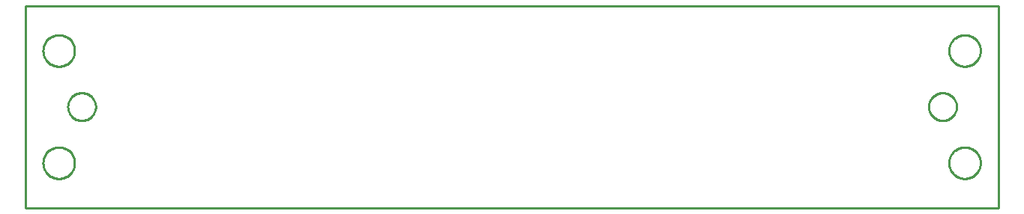
<source format=gko>
G04 EAGLE Gerber RS-274X export*
G75*
%MOMM*%
%FSLAX34Y34*%
%LPD*%
%INBoard Outline*%
%IPPOS*%
%AMOC8*
5,1,8,0,0,1.08239X$1,22.5*%
G01*
%ADD10C,0.000000*%
%ADD11C,0.254000*%


D10*
X0Y0D02*
X1099312Y0D01*
X1099312Y228600D01*
X0Y228600D01*
X0Y0D01*
X47752Y114300D02*
X47757Y114686D01*
X47771Y115073D01*
X47795Y115458D01*
X47828Y115844D01*
X47870Y116228D01*
X47922Y116611D01*
X47984Y116992D01*
X48055Y117372D01*
X48135Y117750D01*
X48224Y118126D01*
X48322Y118500D01*
X48430Y118871D01*
X48547Y119240D01*
X48673Y119605D01*
X48807Y119968D01*
X48951Y120326D01*
X49103Y120682D01*
X49264Y121033D01*
X49434Y121380D01*
X49612Y121724D01*
X49798Y122062D01*
X49992Y122396D01*
X50195Y122725D01*
X50406Y123049D01*
X50625Y123368D01*
X50851Y123681D01*
X51085Y123989D01*
X51327Y124290D01*
X51575Y124586D01*
X51832Y124876D01*
X52095Y125159D01*
X52364Y125436D01*
X52641Y125705D01*
X52924Y125968D01*
X53214Y126225D01*
X53510Y126473D01*
X53811Y126715D01*
X54119Y126949D01*
X54432Y127175D01*
X54751Y127394D01*
X55075Y127605D01*
X55404Y127808D01*
X55738Y128002D01*
X56076Y128188D01*
X56420Y128366D01*
X56767Y128536D01*
X57118Y128697D01*
X57474Y128849D01*
X57832Y128993D01*
X58195Y129127D01*
X58560Y129253D01*
X58929Y129370D01*
X59300Y129478D01*
X59674Y129576D01*
X60050Y129665D01*
X60428Y129745D01*
X60808Y129816D01*
X61189Y129878D01*
X61572Y129930D01*
X61956Y129972D01*
X62342Y130005D01*
X62727Y130029D01*
X63114Y130043D01*
X63500Y130048D01*
X63886Y130043D01*
X64273Y130029D01*
X64658Y130005D01*
X65044Y129972D01*
X65428Y129930D01*
X65811Y129878D01*
X66192Y129816D01*
X66572Y129745D01*
X66950Y129665D01*
X67326Y129576D01*
X67700Y129478D01*
X68071Y129370D01*
X68440Y129253D01*
X68805Y129127D01*
X69168Y128993D01*
X69526Y128849D01*
X69882Y128697D01*
X70233Y128536D01*
X70580Y128366D01*
X70924Y128188D01*
X71262Y128002D01*
X71596Y127808D01*
X71925Y127605D01*
X72249Y127394D01*
X72568Y127175D01*
X72881Y126949D01*
X73189Y126715D01*
X73490Y126473D01*
X73786Y126225D01*
X74076Y125968D01*
X74359Y125705D01*
X74636Y125436D01*
X74905Y125159D01*
X75168Y124876D01*
X75425Y124586D01*
X75673Y124290D01*
X75915Y123989D01*
X76149Y123681D01*
X76375Y123368D01*
X76594Y123049D01*
X76805Y122725D01*
X77008Y122396D01*
X77202Y122062D01*
X77388Y121724D01*
X77566Y121380D01*
X77736Y121033D01*
X77897Y120682D01*
X78049Y120326D01*
X78193Y119968D01*
X78327Y119605D01*
X78453Y119240D01*
X78570Y118871D01*
X78678Y118500D01*
X78776Y118126D01*
X78865Y117750D01*
X78945Y117372D01*
X79016Y116992D01*
X79078Y116611D01*
X79130Y116228D01*
X79172Y115844D01*
X79205Y115458D01*
X79229Y115073D01*
X79243Y114686D01*
X79248Y114300D01*
X79243Y113914D01*
X79229Y113527D01*
X79205Y113142D01*
X79172Y112756D01*
X79130Y112372D01*
X79078Y111989D01*
X79016Y111608D01*
X78945Y111228D01*
X78865Y110850D01*
X78776Y110474D01*
X78678Y110100D01*
X78570Y109729D01*
X78453Y109360D01*
X78327Y108995D01*
X78193Y108632D01*
X78049Y108274D01*
X77897Y107918D01*
X77736Y107567D01*
X77566Y107220D01*
X77388Y106876D01*
X77202Y106538D01*
X77008Y106204D01*
X76805Y105875D01*
X76594Y105551D01*
X76375Y105232D01*
X76149Y104919D01*
X75915Y104611D01*
X75673Y104310D01*
X75425Y104014D01*
X75168Y103724D01*
X74905Y103441D01*
X74636Y103164D01*
X74359Y102895D01*
X74076Y102632D01*
X73786Y102375D01*
X73490Y102127D01*
X73189Y101885D01*
X72881Y101651D01*
X72568Y101425D01*
X72249Y101206D01*
X71925Y100995D01*
X71596Y100792D01*
X71262Y100598D01*
X70924Y100412D01*
X70580Y100234D01*
X70233Y100064D01*
X69882Y99903D01*
X69526Y99751D01*
X69168Y99607D01*
X68805Y99473D01*
X68440Y99347D01*
X68071Y99230D01*
X67700Y99122D01*
X67326Y99024D01*
X66950Y98935D01*
X66572Y98855D01*
X66192Y98784D01*
X65811Y98722D01*
X65428Y98670D01*
X65044Y98628D01*
X64658Y98595D01*
X64273Y98571D01*
X63886Y98557D01*
X63500Y98552D01*
X63114Y98557D01*
X62727Y98571D01*
X62342Y98595D01*
X61956Y98628D01*
X61572Y98670D01*
X61189Y98722D01*
X60808Y98784D01*
X60428Y98855D01*
X60050Y98935D01*
X59674Y99024D01*
X59300Y99122D01*
X58929Y99230D01*
X58560Y99347D01*
X58195Y99473D01*
X57832Y99607D01*
X57474Y99751D01*
X57118Y99903D01*
X56767Y100064D01*
X56420Y100234D01*
X56076Y100412D01*
X55738Y100598D01*
X55404Y100792D01*
X55075Y100995D01*
X54751Y101206D01*
X54432Y101425D01*
X54119Y101651D01*
X53811Y101885D01*
X53510Y102127D01*
X53214Y102375D01*
X52924Y102632D01*
X52641Y102895D01*
X52364Y103164D01*
X52095Y103441D01*
X51832Y103724D01*
X51575Y104014D01*
X51327Y104310D01*
X51085Y104611D01*
X50851Y104919D01*
X50625Y105232D01*
X50406Y105551D01*
X50195Y105875D01*
X49992Y106204D01*
X49798Y106538D01*
X49612Y106876D01*
X49434Y107220D01*
X49264Y107567D01*
X49103Y107918D01*
X48951Y108274D01*
X48807Y108632D01*
X48673Y108995D01*
X48547Y109360D01*
X48430Y109729D01*
X48322Y110100D01*
X48224Y110474D01*
X48135Y110850D01*
X48055Y111228D01*
X47984Y111608D01*
X47922Y111989D01*
X47870Y112372D01*
X47828Y112756D01*
X47795Y113142D01*
X47771Y113527D01*
X47757Y113914D01*
X47752Y114300D01*
X1020064Y114300D02*
X1020069Y114686D01*
X1020083Y115073D01*
X1020107Y115458D01*
X1020140Y115844D01*
X1020182Y116228D01*
X1020234Y116611D01*
X1020296Y116992D01*
X1020367Y117372D01*
X1020447Y117750D01*
X1020536Y118126D01*
X1020634Y118500D01*
X1020742Y118871D01*
X1020859Y119240D01*
X1020985Y119605D01*
X1021119Y119968D01*
X1021263Y120326D01*
X1021415Y120682D01*
X1021576Y121033D01*
X1021746Y121380D01*
X1021924Y121724D01*
X1022110Y122062D01*
X1022304Y122396D01*
X1022507Y122725D01*
X1022718Y123049D01*
X1022937Y123368D01*
X1023163Y123681D01*
X1023397Y123989D01*
X1023639Y124290D01*
X1023887Y124586D01*
X1024144Y124876D01*
X1024407Y125159D01*
X1024676Y125436D01*
X1024953Y125705D01*
X1025236Y125968D01*
X1025526Y126225D01*
X1025822Y126473D01*
X1026123Y126715D01*
X1026431Y126949D01*
X1026744Y127175D01*
X1027063Y127394D01*
X1027387Y127605D01*
X1027716Y127808D01*
X1028050Y128002D01*
X1028388Y128188D01*
X1028732Y128366D01*
X1029079Y128536D01*
X1029430Y128697D01*
X1029786Y128849D01*
X1030144Y128993D01*
X1030507Y129127D01*
X1030872Y129253D01*
X1031241Y129370D01*
X1031612Y129478D01*
X1031986Y129576D01*
X1032362Y129665D01*
X1032740Y129745D01*
X1033120Y129816D01*
X1033501Y129878D01*
X1033884Y129930D01*
X1034268Y129972D01*
X1034654Y130005D01*
X1035039Y130029D01*
X1035426Y130043D01*
X1035812Y130048D01*
X1036198Y130043D01*
X1036585Y130029D01*
X1036970Y130005D01*
X1037356Y129972D01*
X1037740Y129930D01*
X1038123Y129878D01*
X1038504Y129816D01*
X1038884Y129745D01*
X1039262Y129665D01*
X1039638Y129576D01*
X1040012Y129478D01*
X1040383Y129370D01*
X1040752Y129253D01*
X1041117Y129127D01*
X1041480Y128993D01*
X1041838Y128849D01*
X1042194Y128697D01*
X1042545Y128536D01*
X1042892Y128366D01*
X1043236Y128188D01*
X1043574Y128002D01*
X1043908Y127808D01*
X1044237Y127605D01*
X1044561Y127394D01*
X1044880Y127175D01*
X1045193Y126949D01*
X1045501Y126715D01*
X1045802Y126473D01*
X1046098Y126225D01*
X1046388Y125968D01*
X1046671Y125705D01*
X1046948Y125436D01*
X1047217Y125159D01*
X1047480Y124876D01*
X1047737Y124586D01*
X1047985Y124290D01*
X1048227Y123989D01*
X1048461Y123681D01*
X1048687Y123368D01*
X1048906Y123049D01*
X1049117Y122725D01*
X1049320Y122396D01*
X1049514Y122062D01*
X1049700Y121724D01*
X1049878Y121380D01*
X1050048Y121033D01*
X1050209Y120682D01*
X1050361Y120326D01*
X1050505Y119968D01*
X1050639Y119605D01*
X1050765Y119240D01*
X1050882Y118871D01*
X1050990Y118500D01*
X1051088Y118126D01*
X1051177Y117750D01*
X1051257Y117372D01*
X1051328Y116992D01*
X1051390Y116611D01*
X1051442Y116228D01*
X1051484Y115844D01*
X1051517Y115458D01*
X1051541Y115073D01*
X1051555Y114686D01*
X1051560Y114300D01*
X1051555Y113914D01*
X1051541Y113527D01*
X1051517Y113142D01*
X1051484Y112756D01*
X1051442Y112372D01*
X1051390Y111989D01*
X1051328Y111608D01*
X1051257Y111228D01*
X1051177Y110850D01*
X1051088Y110474D01*
X1050990Y110100D01*
X1050882Y109729D01*
X1050765Y109360D01*
X1050639Y108995D01*
X1050505Y108632D01*
X1050361Y108274D01*
X1050209Y107918D01*
X1050048Y107567D01*
X1049878Y107220D01*
X1049700Y106876D01*
X1049514Y106538D01*
X1049320Y106204D01*
X1049117Y105875D01*
X1048906Y105551D01*
X1048687Y105232D01*
X1048461Y104919D01*
X1048227Y104611D01*
X1047985Y104310D01*
X1047737Y104014D01*
X1047480Y103724D01*
X1047217Y103441D01*
X1046948Y103164D01*
X1046671Y102895D01*
X1046388Y102632D01*
X1046098Y102375D01*
X1045802Y102127D01*
X1045501Y101885D01*
X1045193Y101651D01*
X1044880Y101425D01*
X1044561Y101206D01*
X1044237Y100995D01*
X1043908Y100792D01*
X1043574Y100598D01*
X1043236Y100412D01*
X1042892Y100234D01*
X1042545Y100064D01*
X1042194Y99903D01*
X1041838Y99751D01*
X1041480Y99607D01*
X1041117Y99473D01*
X1040752Y99347D01*
X1040383Y99230D01*
X1040012Y99122D01*
X1039638Y99024D01*
X1039262Y98935D01*
X1038884Y98855D01*
X1038504Y98784D01*
X1038123Y98722D01*
X1037740Y98670D01*
X1037356Y98628D01*
X1036970Y98595D01*
X1036585Y98571D01*
X1036198Y98557D01*
X1035812Y98552D01*
X1035426Y98557D01*
X1035039Y98571D01*
X1034654Y98595D01*
X1034268Y98628D01*
X1033884Y98670D01*
X1033501Y98722D01*
X1033120Y98784D01*
X1032740Y98855D01*
X1032362Y98935D01*
X1031986Y99024D01*
X1031612Y99122D01*
X1031241Y99230D01*
X1030872Y99347D01*
X1030507Y99473D01*
X1030144Y99607D01*
X1029786Y99751D01*
X1029430Y99903D01*
X1029079Y100064D01*
X1028732Y100234D01*
X1028388Y100412D01*
X1028050Y100598D01*
X1027716Y100792D01*
X1027387Y100995D01*
X1027063Y101206D01*
X1026744Y101425D01*
X1026431Y101651D01*
X1026123Y101885D01*
X1025822Y102127D01*
X1025526Y102375D01*
X1025236Y102632D01*
X1024953Y102895D01*
X1024676Y103164D01*
X1024407Y103441D01*
X1024144Y103724D01*
X1023887Y104014D01*
X1023639Y104310D01*
X1023397Y104611D01*
X1023163Y104919D01*
X1022937Y105232D01*
X1022718Y105551D01*
X1022507Y105875D01*
X1022304Y106204D01*
X1022110Y106538D01*
X1021924Y106876D01*
X1021746Y107220D01*
X1021576Y107567D01*
X1021415Y107918D01*
X1021263Y108274D01*
X1021119Y108632D01*
X1020985Y108995D01*
X1020859Y109360D01*
X1020742Y109729D01*
X1020634Y110100D01*
X1020536Y110474D01*
X1020447Y110850D01*
X1020367Y111228D01*
X1020296Y111608D01*
X1020234Y111989D01*
X1020182Y112372D01*
X1020140Y112756D01*
X1020107Y113142D01*
X1020083Y113527D01*
X1020069Y113914D01*
X1020064Y114300D01*
X19812Y177800D02*
X19817Y178236D01*
X19833Y178672D01*
X19860Y179108D01*
X19898Y179543D01*
X19946Y179976D01*
X20004Y180409D01*
X20074Y180840D01*
X20154Y181269D01*
X20244Y181696D01*
X20345Y182120D01*
X20456Y182542D01*
X20578Y182961D01*
X20709Y183377D01*
X20851Y183790D01*
X21003Y184199D01*
X21165Y184604D01*
X21337Y185005D01*
X21519Y185402D01*
X21710Y185794D01*
X21911Y186181D01*
X22122Y186564D01*
X22342Y186941D01*
X22571Y187312D01*
X22808Y187678D01*
X23055Y188038D01*
X23311Y188392D01*
X23575Y188739D01*
X23848Y189080D01*
X24129Y189413D01*
X24418Y189740D01*
X24715Y190060D01*
X25020Y190372D01*
X25332Y190677D01*
X25652Y190974D01*
X25979Y191263D01*
X26312Y191544D01*
X26653Y191817D01*
X27000Y192081D01*
X27354Y192337D01*
X27714Y192584D01*
X28080Y192821D01*
X28451Y193050D01*
X28828Y193270D01*
X29211Y193481D01*
X29598Y193682D01*
X29990Y193873D01*
X30387Y194055D01*
X30788Y194227D01*
X31193Y194389D01*
X31602Y194541D01*
X32015Y194683D01*
X32431Y194814D01*
X32850Y194936D01*
X33272Y195047D01*
X33696Y195148D01*
X34123Y195238D01*
X34552Y195318D01*
X34983Y195388D01*
X35416Y195446D01*
X35849Y195494D01*
X36284Y195532D01*
X36720Y195559D01*
X37156Y195575D01*
X37592Y195580D01*
X38028Y195575D01*
X38464Y195559D01*
X38900Y195532D01*
X39335Y195494D01*
X39768Y195446D01*
X40201Y195388D01*
X40632Y195318D01*
X41061Y195238D01*
X41488Y195148D01*
X41912Y195047D01*
X42334Y194936D01*
X42753Y194814D01*
X43169Y194683D01*
X43582Y194541D01*
X43991Y194389D01*
X44396Y194227D01*
X44797Y194055D01*
X45194Y193873D01*
X45586Y193682D01*
X45973Y193481D01*
X46356Y193270D01*
X46733Y193050D01*
X47104Y192821D01*
X47470Y192584D01*
X47830Y192337D01*
X48184Y192081D01*
X48531Y191817D01*
X48872Y191544D01*
X49205Y191263D01*
X49532Y190974D01*
X49852Y190677D01*
X50164Y190372D01*
X50469Y190060D01*
X50766Y189740D01*
X51055Y189413D01*
X51336Y189080D01*
X51609Y188739D01*
X51873Y188392D01*
X52129Y188038D01*
X52376Y187678D01*
X52613Y187312D01*
X52842Y186941D01*
X53062Y186564D01*
X53273Y186181D01*
X53474Y185794D01*
X53665Y185402D01*
X53847Y185005D01*
X54019Y184604D01*
X54181Y184199D01*
X54333Y183790D01*
X54475Y183377D01*
X54606Y182961D01*
X54728Y182542D01*
X54839Y182120D01*
X54940Y181696D01*
X55030Y181269D01*
X55110Y180840D01*
X55180Y180409D01*
X55238Y179976D01*
X55286Y179543D01*
X55324Y179108D01*
X55351Y178672D01*
X55367Y178236D01*
X55372Y177800D01*
X55367Y177364D01*
X55351Y176928D01*
X55324Y176492D01*
X55286Y176057D01*
X55238Y175624D01*
X55180Y175191D01*
X55110Y174760D01*
X55030Y174331D01*
X54940Y173904D01*
X54839Y173480D01*
X54728Y173058D01*
X54606Y172639D01*
X54475Y172223D01*
X54333Y171810D01*
X54181Y171401D01*
X54019Y170996D01*
X53847Y170595D01*
X53665Y170198D01*
X53474Y169806D01*
X53273Y169419D01*
X53062Y169036D01*
X52842Y168659D01*
X52613Y168288D01*
X52376Y167922D01*
X52129Y167562D01*
X51873Y167208D01*
X51609Y166861D01*
X51336Y166520D01*
X51055Y166187D01*
X50766Y165860D01*
X50469Y165540D01*
X50164Y165228D01*
X49852Y164923D01*
X49532Y164626D01*
X49205Y164337D01*
X48872Y164056D01*
X48531Y163783D01*
X48184Y163519D01*
X47830Y163263D01*
X47470Y163016D01*
X47104Y162779D01*
X46733Y162550D01*
X46356Y162330D01*
X45973Y162119D01*
X45586Y161918D01*
X45194Y161727D01*
X44797Y161545D01*
X44396Y161373D01*
X43991Y161211D01*
X43582Y161059D01*
X43169Y160917D01*
X42753Y160786D01*
X42334Y160664D01*
X41912Y160553D01*
X41488Y160452D01*
X41061Y160362D01*
X40632Y160282D01*
X40201Y160212D01*
X39768Y160154D01*
X39335Y160106D01*
X38900Y160068D01*
X38464Y160041D01*
X38028Y160025D01*
X37592Y160020D01*
X37156Y160025D01*
X36720Y160041D01*
X36284Y160068D01*
X35849Y160106D01*
X35416Y160154D01*
X34983Y160212D01*
X34552Y160282D01*
X34123Y160362D01*
X33696Y160452D01*
X33272Y160553D01*
X32850Y160664D01*
X32431Y160786D01*
X32015Y160917D01*
X31602Y161059D01*
X31193Y161211D01*
X30788Y161373D01*
X30387Y161545D01*
X29990Y161727D01*
X29598Y161918D01*
X29211Y162119D01*
X28828Y162330D01*
X28451Y162550D01*
X28080Y162779D01*
X27714Y163016D01*
X27354Y163263D01*
X27000Y163519D01*
X26653Y163783D01*
X26312Y164056D01*
X25979Y164337D01*
X25652Y164626D01*
X25332Y164923D01*
X25020Y165228D01*
X24715Y165540D01*
X24418Y165860D01*
X24129Y166187D01*
X23848Y166520D01*
X23575Y166861D01*
X23311Y167208D01*
X23055Y167562D01*
X22808Y167922D01*
X22571Y168288D01*
X22342Y168659D01*
X22122Y169036D01*
X21911Y169419D01*
X21710Y169806D01*
X21519Y170198D01*
X21337Y170595D01*
X21165Y170996D01*
X21003Y171401D01*
X20851Y171810D01*
X20709Y172223D01*
X20578Y172639D01*
X20456Y173058D01*
X20345Y173480D01*
X20244Y173904D01*
X20154Y174331D01*
X20074Y174760D01*
X20004Y175191D01*
X19946Y175624D01*
X19898Y176057D01*
X19860Y176492D01*
X19833Y176928D01*
X19817Y177364D01*
X19812Y177800D01*
X1042924Y177800D02*
X1042929Y178236D01*
X1042945Y178672D01*
X1042972Y179108D01*
X1043010Y179543D01*
X1043058Y179976D01*
X1043116Y180409D01*
X1043186Y180840D01*
X1043266Y181269D01*
X1043356Y181696D01*
X1043457Y182120D01*
X1043568Y182542D01*
X1043690Y182961D01*
X1043821Y183377D01*
X1043963Y183790D01*
X1044115Y184199D01*
X1044277Y184604D01*
X1044449Y185005D01*
X1044631Y185402D01*
X1044822Y185794D01*
X1045023Y186181D01*
X1045234Y186564D01*
X1045454Y186941D01*
X1045683Y187312D01*
X1045920Y187678D01*
X1046167Y188038D01*
X1046423Y188392D01*
X1046687Y188739D01*
X1046960Y189080D01*
X1047241Y189413D01*
X1047530Y189740D01*
X1047827Y190060D01*
X1048132Y190372D01*
X1048444Y190677D01*
X1048764Y190974D01*
X1049091Y191263D01*
X1049424Y191544D01*
X1049765Y191817D01*
X1050112Y192081D01*
X1050466Y192337D01*
X1050826Y192584D01*
X1051192Y192821D01*
X1051563Y193050D01*
X1051940Y193270D01*
X1052323Y193481D01*
X1052710Y193682D01*
X1053102Y193873D01*
X1053499Y194055D01*
X1053900Y194227D01*
X1054305Y194389D01*
X1054714Y194541D01*
X1055127Y194683D01*
X1055543Y194814D01*
X1055962Y194936D01*
X1056384Y195047D01*
X1056808Y195148D01*
X1057235Y195238D01*
X1057664Y195318D01*
X1058095Y195388D01*
X1058528Y195446D01*
X1058961Y195494D01*
X1059396Y195532D01*
X1059832Y195559D01*
X1060268Y195575D01*
X1060704Y195580D01*
X1061140Y195575D01*
X1061576Y195559D01*
X1062012Y195532D01*
X1062447Y195494D01*
X1062880Y195446D01*
X1063313Y195388D01*
X1063744Y195318D01*
X1064173Y195238D01*
X1064600Y195148D01*
X1065024Y195047D01*
X1065446Y194936D01*
X1065865Y194814D01*
X1066281Y194683D01*
X1066694Y194541D01*
X1067103Y194389D01*
X1067508Y194227D01*
X1067909Y194055D01*
X1068306Y193873D01*
X1068698Y193682D01*
X1069085Y193481D01*
X1069468Y193270D01*
X1069845Y193050D01*
X1070216Y192821D01*
X1070582Y192584D01*
X1070942Y192337D01*
X1071296Y192081D01*
X1071643Y191817D01*
X1071984Y191544D01*
X1072317Y191263D01*
X1072644Y190974D01*
X1072964Y190677D01*
X1073276Y190372D01*
X1073581Y190060D01*
X1073878Y189740D01*
X1074167Y189413D01*
X1074448Y189080D01*
X1074721Y188739D01*
X1074985Y188392D01*
X1075241Y188038D01*
X1075488Y187678D01*
X1075725Y187312D01*
X1075954Y186941D01*
X1076174Y186564D01*
X1076385Y186181D01*
X1076586Y185794D01*
X1076777Y185402D01*
X1076959Y185005D01*
X1077131Y184604D01*
X1077293Y184199D01*
X1077445Y183790D01*
X1077587Y183377D01*
X1077718Y182961D01*
X1077840Y182542D01*
X1077951Y182120D01*
X1078052Y181696D01*
X1078142Y181269D01*
X1078222Y180840D01*
X1078292Y180409D01*
X1078350Y179976D01*
X1078398Y179543D01*
X1078436Y179108D01*
X1078463Y178672D01*
X1078479Y178236D01*
X1078484Y177800D01*
X1078479Y177364D01*
X1078463Y176928D01*
X1078436Y176492D01*
X1078398Y176057D01*
X1078350Y175624D01*
X1078292Y175191D01*
X1078222Y174760D01*
X1078142Y174331D01*
X1078052Y173904D01*
X1077951Y173480D01*
X1077840Y173058D01*
X1077718Y172639D01*
X1077587Y172223D01*
X1077445Y171810D01*
X1077293Y171401D01*
X1077131Y170996D01*
X1076959Y170595D01*
X1076777Y170198D01*
X1076586Y169806D01*
X1076385Y169419D01*
X1076174Y169036D01*
X1075954Y168659D01*
X1075725Y168288D01*
X1075488Y167922D01*
X1075241Y167562D01*
X1074985Y167208D01*
X1074721Y166861D01*
X1074448Y166520D01*
X1074167Y166187D01*
X1073878Y165860D01*
X1073581Y165540D01*
X1073276Y165228D01*
X1072964Y164923D01*
X1072644Y164626D01*
X1072317Y164337D01*
X1071984Y164056D01*
X1071643Y163783D01*
X1071296Y163519D01*
X1070942Y163263D01*
X1070582Y163016D01*
X1070216Y162779D01*
X1069845Y162550D01*
X1069468Y162330D01*
X1069085Y162119D01*
X1068698Y161918D01*
X1068306Y161727D01*
X1067909Y161545D01*
X1067508Y161373D01*
X1067103Y161211D01*
X1066694Y161059D01*
X1066281Y160917D01*
X1065865Y160786D01*
X1065446Y160664D01*
X1065024Y160553D01*
X1064600Y160452D01*
X1064173Y160362D01*
X1063744Y160282D01*
X1063313Y160212D01*
X1062880Y160154D01*
X1062447Y160106D01*
X1062012Y160068D01*
X1061576Y160041D01*
X1061140Y160025D01*
X1060704Y160020D01*
X1060268Y160025D01*
X1059832Y160041D01*
X1059396Y160068D01*
X1058961Y160106D01*
X1058528Y160154D01*
X1058095Y160212D01*
X1057664Y160282D01*
X1057235Y160362D01*
X1056808Y160452D01*
X1056384Y160553D01*
X1055962Y160664D01*
X1055543Y160786D01*
X1055127Y160917D01*
X1054714Y161059D01*
X1054305Y161211D01*
X1053900Y161373D01*
X1053499Y161545D01*
X1053102Y161727D01*
X1052710Y161918D01*
X1052323Y162119D01*
X1051940Y162330D01*
X1051563Y162550D01*
X1051192Y162779D01*
X1050826Y163016D01*
X1050466Y163263D01*
X1050112Y163519D01*
X1049765Y163783D01*
X1049424Y164056D01*
X1049091Y164337D01*
X1048764Y164626D01*
X1048444Y164923D01*
X1048132Y165228D01*
X1047827Y165540D01*
X1047530Y165860D01*
X1047241Y166187D01*
X1046960Y166520D01*
X1046687Y166861D01*
X1046423Y167208D01*
X1046167Y167562D01*
X1045920Y167922D01*
X1045683Y168288D01*
X1045454Y168659D01*
X1045234Y169036D01*
X1045023Y169419D01*
X1044822Y169806D01*
X1044631Y170198D01*
X1044449Y170595D01*
X1044277Y170996D01*
X1044115Y171401D01*
X1043963Y171810D01*
X1043821Y172223D01*
X1043690Y172639D01*
X1043568Y173058D01*
X1043457Y173480D01*
X1043356Y173904D01*
X1043266Y174331D01*
X1043186Y174760D01*
X1043116Y175191D01*
X1043058Y175624D01*
X1043010Y176057D01*
X1042972Y176492D01*
X1042945Y176928D01*
X1042929Y177364D01*
X1042924Y177800D01*
X19812Y50800D02*
X19817Y51236D01*
X19833Y51672D01*
X19860Y52108D01*
X19898Y52543D01*
X19946Y52976D01*
X20004Y53409D01*
X20074Y53840D01*
X20154Y54269D01*
X20244Y54696D01*
X20345Y55120D01*
X20456Y55542D01*
X20578Y55961D01*
X20709Y56377D01*
X20851Y56790D01*
X21003Y57199D01*
X21165Y57604D01*
X21337Y58005D01*
X21519Y58402D01*
X21710Y58794D01*
X21911Y59181D01*
X22122Y59564D01*
X22342Y59941D01*
X22571Y60312D01*
X22808Y60678D01*
X23055Y61038D01*
X23311Y61392D01*
X23575Y61739D01*
X23848Y62080D01*
X24129Y62413D01*
X24418Y62740D01*
X24715Y63060D01*
X25020Y63372D01*
X25332Y63677D01*
X25652Y63974D01*
X25979Y64263D01*
X26312Y64544D01*
X26653Y64817D01*
X27000Y65081D01*
X27354Y65337D01*
X27714Y65584D01*
X28080Y65821D01*
X28451Y66050D01*
X28828Y66270D01*
X29211Y66481D01*
X29598Y66682D01*
X29990Y66873D01*
X30387Y67055D01*
X30788Y67227D01*
X31193Y67389D01*
X31602Y67541D01*
X32015Y67683D01*
X32431Y67814D01*
X32850Y67936D01*
X33272Y68047D01*
X33696Y68148D01*
X34123Y68238D01*
X34552Y68318D01*
X34983Y68388D01*
X35416Y68446D01*
X35849Y68494D01*
X36284Y68532D01*
X36720Y68559D01*
X37156Y68575D01*
X37592Y68580D01*
X38028Y68575D01*
X38464Y68559D01*
X38900Y68532D01*
X39335Y68494D01*
X39768Y68446D01*
X40201Y68388D01*
X40632Y68318D01*
X41061Y68238D01*
X41488Y68148D01*
X41912Y68047D01*
X42334Y67936D01*
X42753Y67814D01*
X43169Y67683D01*
X43582Y67541D01*
X43991Y67389D01*
X44396Y67227D01*
X44797Y67055D01*
X45194Y66873D01*
X45586Y66682D01*
X45973Y66481D01*
X46356Y66270D01*
X46733Y66050D01*
X47104Y65821D01*
X47470Y65584D01*
X47830Y65337D01*
X48184Y65081D01*
X48531Y64817D01*
X48872Y64544D01*
X49205Y64263D01*
X49532Y63974D01*
X49852Y63677D01*
X50164Y63372D01*
X50469Y63060D01*
X50766Y62740D01*
X51055Y62413D01*
X51336Y62080D01*
X51609Y61739D01*
X51873Y61392D01*
X52129Y61038D01*
X52376Y60678D01*
X52613Y60312D01*
X52842Y59941D01*
X53062Y59564D01*
X53273Y59181D01*
X53474Y58794D01*
X53665Y58402D01*
X53847Y58005D01*
X54019Y57604D01*
X54181Y57199D01*
X54333Y56790D01*
X54475Y56377D01*
X54606Y55961D01*
X54728Y55542D01*
X54839Y55120D01*
X54940Y54696D01*
X55030Y54269D01*
X55110Y53840D01*
X55180Y53409D01*
X55238Y52976D01*
X55286Y52543D01*
X55324Y52108D01*
X55351Y51672D01*
X55367Y51236D01*
X55372Y50800D01*
X55367Y50364D01*
X55351Y49928D01*
X55324Y49492D01*
X55286Y49057D01*
X55238Y48624D01*
X55180Y48191D01*
X55110Y47760D01*
X55030Y47331D01*
X54940Y46904D01*
X54839Y46480D01*
X54728Y46058D01*
X54606Y45639D01*
X54475Y45223D01*
X54333Y44810D01*
X54181Y44401D01*
X54019Y43996D01*
X53847Y43595D01*
X53665Y43198D01*
X53474Y42806D01*
X53273Y42419D01*
X53062Y42036D01*
X52842Y41659D01*
X52613Y41288D01*
X52376Y40922D01*
X52129Y40562D01*
X51873Y40208D01*
X51609Y39861D01*
X51336Y39520D01*
X51055Y39187D01*
X50766Y38860D01*
X50469Y38540D01*
X50164Y38228D01*
X49852Y37923D01*
X49532Y37626D01*
X49205Y37337D01*
X48872Y37056D01*
X48531Y36783D01*
X48184Y36519D01*
X47830Y36263D01*
X47470Y36016D01*
X47104Y35779D01*
X46733Y35550D01*
X46356Y35330D01*
X45973Y35119D01*
X45586Y34918D01*
X45194Y34727D01*
X44797Y34545D01*
X44396Y34373D01*
X43991Y34211D01*
X43582Y34059D01*
X43169Y33917D01*
X42753Y33786D01*
X42334Y33664D01*
X41912Y33553D01*
X41488Y33452D01*
X41061Y33362D01*
X40632Y33282D01*
X40201Y33212D01*
X39768Y33154D01*
X39335Y33106D01*
X38900Y33068D01*
X38464Y33041D01*
X38028Y33025D01*
X37592Y33020D01*
X37156Y33025D01*
X36720Y33041D01*
X36284Y33068D01*
X35849Y33106D01*
X35416Y33154D01*
X34983Y33212D01*
X34552Y33282D01*
X34123Y33362D01*
X33696Y33452D01*
X33272Y33553D01*
X32850Y33664D01*
X32431Y33786D01*
X32015Y33917D01*
X31602Y34059D01*
X31193Y34211D01*
X30788Y34373D01*
X30387Y34545D01*
X29990Y34727D01*
X29598Y34918D01*
X29211Y35119D01*
X28828Y35330D01*
X28451Y35550D01*
X28080Y35779D01*
X27714Y36016D01*
X27354Y36263D01*
X27000Y36519D01*
X26653Y36783D01*
X26312Y37056D01*
X25979Y37337D01*
X25652Y37626D01*
X25332Y37923D01*
X25020Y38228D01*
X24715Y38540D01*
X24418Y38860D01*
X24129Y39187D01*
X23848Y39520D01*
X23575Y39861D01*
X23311Y40208D01*
X23055Y40562D01*
X22808Y40922D01*
X22571Y41288D01*
X22342Y41659D01*
X22122Y42036D01*
X21911Y42419D01*
X21710Y42806D01*
X21519Y43198D01*
X21337Y43595D01*
X21165Y43996D01*
X21003Y44401D01*
X20851Y44810D01*
X20709Y45223D01*
X20578Y45639D01*
X20456Y46058D01*
X20345Y46480D01*
X20244Y46904D01*
X20154Y47331D01*
X20074Y47760D01*
X20004Y48191D01*
X19946Y48624D01*
X19898Y49057D01*
X19860Y49492D01*
X19833Y49928D01*
X19817Y50364D01*
X19812Y50800D01*
X1042924Y50800D02*
X1042929Y51236D01*
X1042945Y51672D01*
X1042972Y52108D01*
X1043010Y52543D01*
X1043058Y52976D01*
X1043116Y53409D01*
X1043186Y53840D01*
X1043266Y54269D01*
X1043356Y54696D01*
X1043457Y55120D01*
X1043568Y55542D01*
X1043690Y55961D01*
X1043821Y56377D01*
X1043963Y56790D01*
X1044115Y57199D01*
X1044277Y57604D01*
X1044449Y58005D01*
X1044631Y58402D01*
X1044822Y58794D01*
X1045023Y59181D01*
X1045234Y59564D01*
X1045454Y59941D01*
X1045683Y60312D01*
X1045920Y60678D01*
X1046167Y61038D01*
X1046423Y61392D01*
X1046687Y61739D01*
X1046960Y62080D01*
X1047241Y62413D01*
X1047530Y62740D01*
X1047827Y63060D01*
X1048132Y63372D01*
X1048444Y63677D01*
X1048764Y63974D01*
X1049091Y64263D01*
X1049424Y64544D01*
X1049765Y64817D01*
X1050112Y65081D01*
X1050466Y65337D01*
X1050826Y65584D01*
X1051192Y65821D01*
X1051563Y66050D01*
X1051940Y66270D01*
X1052323Y66481D01*
X1052710Y66682D01*
X1053102Y66873D01*
X1053499Y67055D01*
X1053900Y67227D01*
X1054305Y67389D01*
X1054714Y67541D01*
X1055127Y67683D01*
X1055543Y67814D01*
X1055962Y67936D01*
X1056384Y68047D01*
X1056808Y68148D01*
X1057235Y68238D01*
X1057664Y68318D01*
X1058095Y68388D01*
X1058528Y68446D01*
X1058961Y68494D01*
X1059396Y68532D01*
X1059832Y68559D01*
X1060268Y68575D01*
X1060704Y68580D01*
X1061140Y68575D01*
X1061576Y68559D01*
X1062012Y68532D01*
X1062447Y68494D01*
X1062880Y68446D01*
X1063313Y68388D01*
X1063744Y68318D01*
X1064173Y68238D01*
X1064600Y68148D01*
X1065024Y68047D01*
X1065446Y67936D01*
X1065865Y67814D01*
X1066281Y67683D01*
X1066694Y67541D01*
X1067103Y67389D01*
X1067508Y67227D01*
X1067909Y67055D01*
X1068306Y66873D01*
X1068698Y66682D01*
X1069085Y66481D01*
X1069468Y66270D01*
X1069845Y66050D01*
X1070216Y65821D01*
X1070582Y65584D01*
X1070942Y65337D01*
X1071296Y65081D01*
X1071643Y64817D01*
X1071984Y64544D01*
X1072317Y64263D01*
X1072644Y63974D01*
X1072964Y63677D01*
X1073276Y63372D01*
X1073581Y63060D01*
X1073878Y62740D01*
X1074167Y62413D01*
X1074448Y62080D01*
X1074721Y61739D01*
X1074985Y61392D01*
X1075241Y61038D01*
X1075488Y60678D01*
X1075725Y60312D01*
X1075954Y59941D01*
X1076174Y59564D01*
X1076385Y59181D01*
X1076586Y58794D01*
X1076777Y58402D01*
X1076959Y58005D01*
X1077131Y57604D01*
X1077293Y57199D01*
X1077445Y56790D01*
X1077587Y56377D01*
X1077718Y55961D01*
X1077840Y55542D01*
X1077951Y55120D01*
X1078052Y54696D01*
X1078142Y54269D01*
X1078222Y53840D01*
X1078292Y53409D01*
X1078350Y52976D01*
X1078398Y52543D01*
X1078436Y52108D01*
X1078463Y51672D01*
X1078479Y51236D01*
X1078484Y50800D01*
X1078479Y50364D01*
X1078463Y49928D01*
X1078436Y49492D01*
X1078398Y49057D01*
X1078350Y48624D01*
X1078292Y48191D01*
X1078222Y47760D01*
X1078142Y47331D01*
X1078052Y46904D01*
X1077951Y46480D01*
X1077840Y46058D01*
X1077718Y45639D01*
X1077587Y45223D01*
X1077445Y44810D01*
X1077293Y44401D01*
X1077131Y43996D01*
X1076959Y43595D01*
X1076777Y43198D01*
X1076586Y42806D01*
X1076385Y42419D01*
X1076174Y42036D01*
X1075954Y41659D01*
X1075725Y41288D01*
X1075488Y40922D01*
X1075241Y40562D01*
X1074985Y40208D01*
X1074721Y39861D01*
X1074448Y39520D01*
X1074167Y39187D01*
X1073878Y38860D01*
X1073581Y38540D01*
X1073276Y38228D01*
X1072964Y37923D01*
X1072644Y37626D01*
X1072317Y37337D01*
X1071984Y37056D01*
X1071643Y36783D01*
X1071296Y36519D01*
X1070942Y36263D01*
X1070582Y36016D01*
X1070216Y35779D01*
X1069845Y35550D01*
X1069468Y35330D01*
X1069085Y35119D01*
X1068698Y34918D01*
X1068306Y34727D01*
X1067909Y34545D01*
X1067508Y34373D01*
X1067103Y34211D01*
X1066694Y34059D01*
X1066281Y33917D01*
X1065865Y33786D01*
X1065446Y33664D01*
X1065024Y33553D01*
X1064600Y33452D01*
X1064173Y33362D01*
X1063744Y33282D01*
X1063313Y33212D01*
X1062880Y33154D01*
X1062447Y33106D01*
X1062012Y33068D01*
X1061576Y33041D01*
X1061140Y33025D01*
X1060704Y33020D01*
X1060268Y33025D01*
X1059832Y33041D01*
X1059396Y33068D01*
X1058961Y33106D01*
X1058528Y33154D01*
X1058095Y33212D01*
X1057664Y33282D01*
X1057235Y33362D01*
X1056808Y33452D01*
X1056384Y33553D01*
X1055962Y33664D01*
X1055543Y33786D01*
X1055127Y33917D01*
X1054714Y34059D01*
X1054305Y34211D01*
X1053900Y34373D01*
X1053499Y34545D01*
X1053102Y34727D01*
X1052710Y34918D01*
X1052323Y35119D01*
X1051940Y35330D01*
X1051563Y35550D01*
X1051192Y35779D01*
X1050826Y36016D01*
X1050466Y36263D01*
X1050112Y36519D01*
X1049765Y36783D01*
X1049424Y37056D01*
X1049091Y37337D01*
X1048764Y37626D01*
X1048444Y37923D01*
X1048132Y38228D01*
X1047827Y38540D01*
X1047530Y38860D01*
X1047241Y39187D01*
X1046960Y39520D01*
X1046687Y39861D01*
X1046423Y40208D01*
X1046167Y40562D01*
X1045920Y40922D01*
X1045683Y41288D01*
X1045454Y41659D01*
X1045234Y42036D01*
X1045023Y42419D01*
X1044822Y42806D01*
X1044631Y43198D01*
X1044449Y43595D01*
X1044277Y43996D01*
X1044115Y44401D01*
X1043963Y44810D01*
X1043821Y45223D01*
X1043690Y45639D01*
X1043568Y46058D01*
X1043457Y46480D01*
X1043356Y46904D01*
X1043266Y47331D01*
X1043186Y47760D01*
X1043116Y48191D01*
X1043058Y48624D01*
X1043010Y49057D01*
X1042972Y49492D01*
X1042945Y49928D01*
X1042929Y50364D01*
X1042924Y50800D01*
D11*
X0Y0D02*
X1099312Y0D01*
X1099312Y228600D01*
X0Y228600D01*
X0Y0D01*
X79248Y113784D02*
X79181Y112756D01*
X79046Y111733D01*
X78845Y110722D01*
X78578Y109726D01*
X78247Y108750D01*
X77852Y107797D01*
X77396Y106872D01*
X76880Y105980D01*
X76308Y105122D01*
X75680Y104304D01*
X75000Y103529D01*
X74271Y102800D01*
X73496Y102120D01*
X72678Y101492D01*
X71820Y100920D01*
X70928Y100404D01*
X70003Y99948D01*
X69050Y99553D01*
X68074Y99222D01*
X67078Y98955D01*
X66067Y98754D01*
X65044Y98619D01*
X64016Y98552D01*
X62984Y98552D01*
X61956Y98619D01*
X60933Y98754D01*
X59922Y98955D01*
X58926Y99222D01*
X57950Y99553D01*
X56997Y99948D01*
X56072Y100404D01*
X55180Y100920D01*
X54322Y101492D01*
X53504Y102120D01*
X52729Y102800D01*
X52000Y103529D01*
X51320Y104304D01*
X50692Y105122D01*
X50120Y105980D01*
X49604Y106872D01*
X49148Y107797D01*
X48753Y108750D01*
X48422Y109726D01*
X48155Y110722D01*
X47954Y111733D01*
X47819Y112756D01*
X47752Y113784D01*
X47752Y114816D01*
X47819Y115844D01*
X47954Y116867D01*
X48155Y117878D01*
X48422Y118874D01*
X48753Y119850D01*
X49148Y120803D01*
X49604Y121728D01*
X50120Y122620D01*
X50692Y123478D01*
X51320Y124296D01*
X52000Y125071D01*
X52729Y125800D01*
X53504Y126480D01*
X54322Y127108D01*
X55180Y127680D01*
X56072Y128196D01*
X56997Y128652D01*
X57950Y129047D01*
X58926Y129378D01*
X59922Y129645D01*
X60933Y129846D01*
X61956Y129981D01*
X62984Y130048D01*
X64016Y130048D01*
X65044Y129981D01*
X66067Y129846D01*
X67078Y129645D01*
X68074Y129378D01*
X69050Y129047D01*
X70003Y128652D01*
X70928Y128196D01*
X71820Y127680D01*
X72678Y127108D01*
X73496Y126480D01*
X74271Y125800D01*
X75000Y125071D01*
X75680Y124296D01*
X76308Y123478D01*
X76880Y122620D01*
X77396Y121728D01*
X77852Y120803D01*
X78247Y119850D01*
X78578Y118874D01*
X78845Y117878D01*
X79046Y116867D01*
X79181Y115844D01*
X79248Y114816D01*
X79248Y113784D01*
X1051560Y113784D02*
X1051493Y112756D01*
X1051358Y111733D01*
X1051157Y110722D01*
X1050890Y109726D01*
X1050559Y108750D01*
X1050164Y107797D01*
X1049708Y106872D01*
X1049192Y105980D01*
X1048620Y105122D01*
X1047992Y104304D01*
X1047312Y103529D01*
X1046583Y102800D01*
X1045808Y102120D01*
X1044990Y101492D01*
X1044132Y100920D01*
X1043240Y100404D01*
X1042315Y99948D01*
X1041362Y99553D01*
X1040386Y99222D01*
X1039390Y98955D01*
X1038379Y98754D01*
X1037356Y98619D01*
X1036328Y98552D01*
X1035296Y98552D01*
X1034268Y98619D01*
X1033245Y98754D01*
X1032234Y98955D01*
X1031238Y99222D01*
X1030262Y99553D01*
X1029309Y99948D01*
X1028384Y100404D01*
X1027492Y100920D01*
X1026634Y101492D01*
X1025816Y102120D01*
X1025041Y102800D01*
X1024312Y103529D01*
X1023632Y104304D01*
X1023004Y105122D01*
X1022432Y105980D01*
X1021916Y106872D01*
X1021460Y107797D01*
X1021065Y108750D01*
X1020734Y109726D01*
X1020467Y110722D01*
X1020266Y111733D01*
X1020131Y112756D01*
X1020064Y113784D01*
X1020064Y114816D01*
X1020131Y115844D01*
X1020266Y116867D01*
X1020467Y117878D01*
X1020734Y118874D01*
X1021065Y119850D01*
X1021460Y120803D01*
X1021916Y121728D01*
X1022432Y122620D01*
X1023004Y123478D01*
X1023632Y124296D01*
X1024312Y125071D01*
X1025041Y125800D01*
X1025816Y126480D01*
X1026634Y127108D01*
X1027492Y127680D01*
X1028384Y128196D01*
X1029309Y128652D01*
X1030262Y129047D01*
X1031238Y129378D01*
X1032234Y129645D01*
X1033245Y129846D01*
X1034268Y129981D01*
X1035296Y130048D01*
X1036328Y130048D01*
X1037356Y129981D01*
X1038379Y129846D01*
X1039390Y129645D01*
X1040386Y129378D01*
X1041362Y129047D01*
X1042315Y128652D01*
X1043240Y128196D01*
X1044132Y127680D01*
X1044990Y127108D01*
X1045808Y126480D01*
X1046583Y125800D01*
X1047312Y125071D01*
X1047992Y124296D01*
X1048620Y123478D01*
X1049192Y122620D01*
X1049708Y121728D01*
X1050164Y120803D01*
X1050559Y119850D01*
X1050890Y118874D01*
X1051157Y117878D01*
X1051358Y116867D01*
X1051493Y115844D01*
X1051560Y114816D01*
X1051560Y113784D01*
X55372Y177218D02*
X55296Y176056D01*
X55144Y174902D01*
X54917Y173760D01*
X54616Y172636D01*
X54241Y171534D01*
X53796Y170458D01*
X53281Y169414D01*
X52699Y168406D01*
X52052Y167438D01*
X51344Y166514D01*
X50576Y165639D01*
X49753Y164816D01*
X48878Y164049D01*
X47954Y163340D01*
X46986Y162693D01*
X45978Y162111D01*
X44934Y161596D01*
X43858Y161151D01*
X42756Y160777D01*
X41632Y160475D01*
X40490Y160248D01*
X39336Y160096D01*
X38174Y160020D01*
X37010Y160020D01*
X35848Y160096D01*
X34694Y160248D01*
X33552Y160475D01*
X32428Y160777D01*
X31326Y161151D01*
X30250Y161596D01*
X29206Y162111D01*
X28198Y162693D01*
X27230Y163340D01*
X26306Y164049D01*
X25431Y164816D01*
X24608Y165639D01*
X23841Y166514D01*
X23132Y167438D01*
X22485Y168406D01*
X21903Y169414D01*
X21388Y170458D01*
X20943Y171534D01*
X20569Y172636D01*
X20267Y173760D01*
X20040Y174902D01*
X19888Y176056D01*
X19812Y177218D01*
X19812Y178382D01*
X19888Y179544D01*
X20040Y180698D01*
X20267Y181840D01*
X20569Y182964D01*
X20943Y184066D01*
X21388Y185142D01*
X21903Y186186D01*
X22485Y187194D01*
X23132Y188162D01*
X23841Y189086D01*
X24608Y189961D01*
X25431Y190784D01*
X26306Y191552D01*
X27230Y192260D01*
X28198Y192907D01*
X29206Y193489D01*
X30250Y194004D01*
X31326Y194449D01*
X32428Y194824D01*
X33552Y195125D01*
X34694Y195352D01*
X35848Y195504D01*
X37010Y195580D01*
X38174Y195580D01*
X39336Y195504D01*
X40490Y195352D01*
X41632Y195125D01*
X42756Y194824D01*
X43858Y194449D01*
X44934Y194004D01*
X45978Y193489D01*
X46986Y192907D01*
X47954Y192260D01*
X48878Y191552D01*
X49753Y190784D01*
X50576Y189961D01*
X51344Y189086D01*
X52052Y188162D01*
X52699Y187194D01*
X53281Y186186D01*
X53796Y185142D01*
X54241Y184066D01*
X54616Y182964D01*
X54917Y181840D01*
X55144Y180698D01*
X55296Y179544D01*
X55372Y178382D01*
X55372Y177218D01*
X1078484Y177218D02*
X1078408Y176056D01*
X1078256Y174902D01*
X1078029Y173760D01*
X1077728Y172636D01*
X1077353Y171534D01*
X1076908Y170458D01*
X1076393Y169414D01*
X1075811Y168406D01*
X1075164Y167438D01*
X1074456Y166514D01*
X1073688Y165639D01*
X1072865Y164816D01*
X1071990Y164049D01*
X1071066Y163340D01*
X1070098Y162693D01*
X1069090Y162111D01*
X1068046Y161596D01*
X1066970Y161151D01*
X1065868Y160777D01*
X1064744Y160475D01*
X1063602Y160248D01*
X1062448Y160096D01*
X1061286Y160020D01*
X1060122Y160020D01*
X1058960Y160096D01*
X1057806Y160248D01*
X1056664Y160475D01*
X1055540Y160777D01*
X1054438Y161151D01*
X1053362Y161596D01*
X1052318Y162111D01*
X1051310Y162693D01*
X1050342Y163340D01*
X1049418Y164049D01*
X1048543Y164816D01*
X1047720Y165639D01*
X1046953Y166514D01*
X1046244Y167438D01*
X1045597Y168406D01*
X1045015Y169414D01*
X1044500Y170458D01*
X1044055Y171534D01*
X1043681Y172636D01*
X1043379Y173760D01*
X1043152Y174902D01*
X1043000Y176056D01*
X1042924Y177218D01*
X1042924Y178382D01*
X1043000Y179544D01*
X1043152Y180698D01*
X1043379Y181840D01*
X1043681Y182964D01*
X1044055Y184066D01*
X1044500Y185142D01*
X1045015Y186186D01*
X1045597Y187194D01*
X1046244Y188162D01*
X1046953Y189086D01*
X1047720Y189961D01*
X1048543Y190784D01*
X1049418Y191552D01*
X1050342Y192260D01*
X1051310Y192907D01*
X1052318Y193489D01*
X1053362Y194004D01*
X1054438Y194449D01*
X1055540Y194824D01*
X1056664Y195125D01*
X1057806Y195352D01*
X1058960Y195504D01*
X1060122Y195580D01*
X1061286Y195580D01*
X1062448Y195504D01*
X1063602Y195352D01*
X1064744Y195125D01*
X1065868Y194824D01*
X1066970Y194449D01*
X1068046Y194004D01*
X1069090Y193489D01*
X1070098Y192907D01*
X1071066Y192260D01*
X1071990Y191552D01*
X1072865Y190784D01*
X1073688Y189961D01*
X1074456Y189086D01*
X1075164Y188162D01*
X1075811Y187194D01*
X1076393Y186186D01*
X1076908Y185142D01*
X1077353Y184066D01*
X1077728Y182964D01*
X1078029Y181840D01*
X1078256Y180698D01*
X1078408Y179544D01*
X1078484Y178382D01*
X1078484Y177218D01*
X55372Y50218D02*
X55296Y49056D01*
X55144Y47902D01*
X54917Y46760D01*
X54616Y45636D01*
X54241Y44534D01*
X53796Y43458D01*
X53281Y42414D01*
X52699Y41406D01*
X52052Y40438D01*
X51344Y39514D01*
X50576Y38639D01*
X49753Y37816D01*
X48878Y37049D01*
X47954Y36340D01*
X46986Y35693D01*
X45978Y35111D01*
X44934Y34596D01*
X43858Y34151D01*
X42756Y33777D01*
X41632Y33475D01*
X40490Y33248D01*
X39336Y33096D01*
X38174Y33020D01*
X37010Y33020D01*
X35848Y33096D01*
X34694Y33248D01*
X33552Y33475D01*
X32428Y33777D01*
X31326Y34151D01*
X30250Y34596D01*
X29206Y35111D01*
X28198Y35693D01*
X27230Y36340D01*
X26306Y37049D01*
X25431Y37816D01*
X24608Y38639D01*
X23841Y39514D01*
X23132Y40438D01*
X22485Y41406D01*
X21903Y42414D01*
X21388Y43458D01*
X20943Y44534D01*
X20569Y45636D01*
X20267Y46760D01*
X20040Y47902D01*
X19888Y49056D01*
X19812Y50218D01*
X19812Y51382D01*
X19888Y52544D01*
X20040Y53698D01*
X20267Y54840D01*
X20569Y55964D01*
X20943Y57066D01*
X21388Y58142D01*
X21903Y59186D01*
X22485Y60194D01*
X23132Y61162D01*
X23841Y62086D01*
X24608Y62961D01*
X25431Y63784D01*
X26306Y64552D01*
X27230Y65260D01*
X28198Y65907D01*
X29206Y66489D01*
X30250Y67004D01*
X31326Y67449D01*
X32428Y67824D01*
X33552Y68125D01*
X34694Y68352D01*
X35848Y68504D01*
X37010Y68580D01*
X38174Y68580D01*
X39336Y68504D01*
X40490Y68352D01*
X41632Y68125D01*
X42756Y67824D01*
X43858Y67449D01*
X44934Y67004D01*
X45978Y66489D01*
X46986Y65907D01*
X47954Y65260D01*
X48878Y64552D01*
X49753Y63784D01*
X50576Y62961D01*
X51344Y62086D01*
X52052Y61162D01*
X52699Y60194D01*
X53281Y59186D01*
X53796Y58142D01*
X54241Y57066D01*
X54616Y55964D01*
X54917Y54840D01*
X55144Y53698D01*
X55296Y52544D01*
X55372Y51382D01*
X55372Y50218D01*
X1078484Y50218D02*
X1078408Y49056D01*
X1078256Y47902D01*
X1078029Y46760D01*
X1077728Y45636D01*
X1077353Y44534D01*
X1076908Y43458D01*
X1076393Y42414D01*
X1075811Y41406D01*
X1075164Y40438D01*
X1074456Y39514D01*
X1073688Y38639D01*
X1072865Y37816D01*
X1071990Y37049D01*
X1071066Y36340D01*
X1070098Y35693D01*
X1069090Y35111D01*
X1068046Y34596D01*
X1066970Y34151D01*
X1065868Y33777D01*
X1064744Y33475D01*
X1063602Y33248D01*
X1062448Y33096D01*
X1061286Y33020D01*
X1060122Y33020D01*
X1058960Y33096D01*
X1057806Y33248D01*
X1056664Y33475D01*
X1055540Y33777D01*
X1054438Y34151D01*
X1053362Y34596D01*
X1052318Y35111D01*
X1051310Y35693D01*
X1050342Y36340D01*
X1049418Y37049D01*
X1048543Y37816D01*
X1047720Y38639D01*
X1046953Y39514D01*
X1046244Y40438D01*
X1045597Y41406D01*
X1045015Y42414D01*
X1044500Y43458D01*
X1044055Y44534D01*
X1043681Y45636D01*
X1043379Y46760D01*
X1043152Y47902D01*
X1043000Y49056D01*
X1042924Y50218D01*
X1042924Y51382D01*
X1043000Y52544D01*
X1043152Y53698D01*
X1043379Y54840D01*
X1043681Y55964D01*
X1044055Y57066D01*
X1044500Y58142D01*
X1045015Y59186D01*
X1045597Y60194D01*
X1046244Y61162D01*
X1046953Y62086D01*
X1047720Y62961D01*
X1048543Y63784D01*
X1049418Y64552D01*
X1050342Y65260D01*
X1051310Y65907D01*
X1052318Y66489D01*
X1053362Y67004D01*
X1054438Y67449D01*
X1055540Y67824D01*
X1056664Y68125D01*
X1057806Y68352D01*
X1058960Y68504D01*
X1060122Y68580D01*
X1061286Y68580D01*
X1062448Y68504D01*
X1063602Y68352D01*
X1064744Y68125D01*
X1065868Y67824D01*
X1066970Y67449D01*
X1068046Y67004D01*
X1069090Y66489D01*
X1070098Y65907D01*
X1071066Y65260D01*
X1071990Y64552D01*
X1072865Y63784D01*
X1073688Y62961D01*
X1074456Y62086D01*
X1075164Y61162D01*
X1075811Y60194D01*
X1076393Y59186D01*
X1076908Y58142D01*
X1077353Y57066D01*
X1077728Y55964D01*
X1078029Y54840D01*
X1078256Y53698D01*
X1078408Y52544D01*
X1078484Y51382D01*
X1078484Y50218D01*
M02*

</source>
